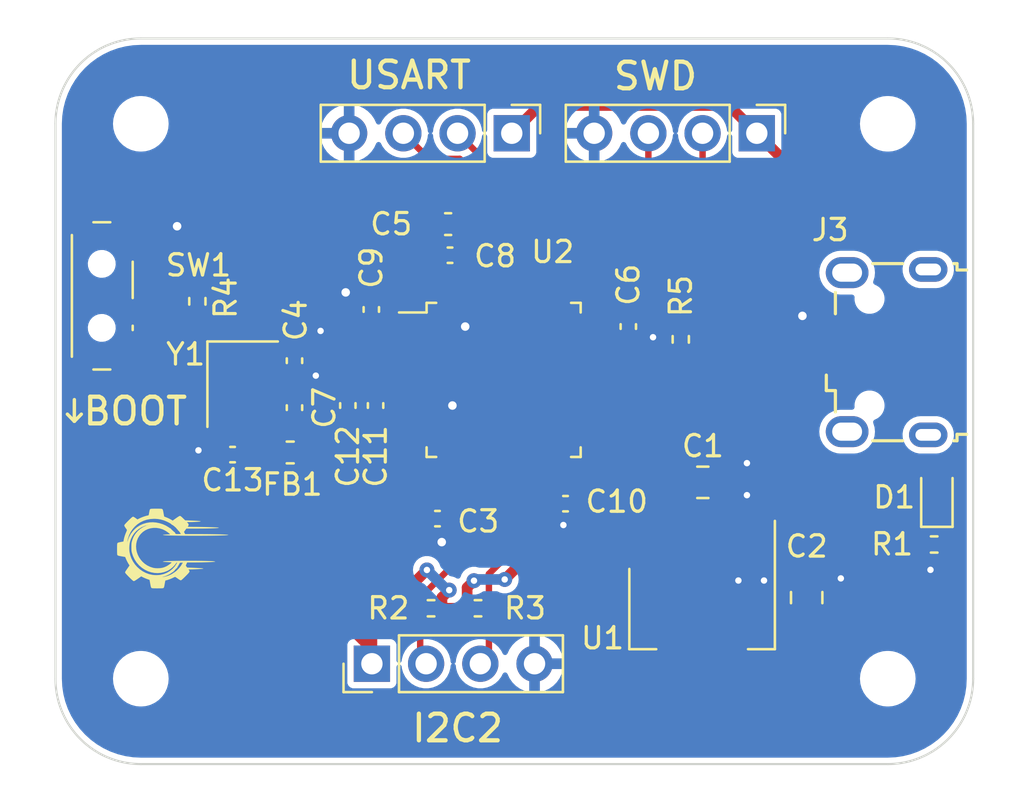
<source format=kicad_pcb>
(kicad_pcb (version 20221018) (generator pcbnew)
  (layers (0 "F.Cu" signal) (31 "B.Cu" power) (34 "B.Paste" user) (35 "F.Paste" user) (36 "B.SilkS" user "B.Silkscreen") (37 "F.SilkS" user "F.Silkscreen") (38 "B.Mask" user) (39 "F.Mask" user) (44 "Edge.Cuts" user))
  (net 0 "")
  (net 1 "VBUS")
  (net 2 "GND")
  (net 3 "+3.3V")
  (net 4 "/NRST")
  (net 5 "/HSE_IN")
  (net 6 "/HSE_OUT")
  (net 7 "+3.3VA")
  (net 8 "/POWER_LED")
  (net 9 "/I2C2_SCL")
  (net 10 "/I2C2_SDA")
  (net 11 "/USART1_TX")
  (net 12 "/USART1_RX")
  (net 13 "/USB_D-")
  (net 14 "/USB_D+")
  (net 17 "/SWDIO")
  (net 18 "/SWCLK")
  (net 19 "/SW_BOOT0")
  (net 20 "/BOOT0")
  (footprint "Capacitor_SMD:C_0402_1005Metric" (layer "F.Cu") (at 150.9 99.5)
    (fp_text reference "C3" (at 1.90881 0.127) (layer "F.SilkS"))
    (fp_text value "100n")
    (pad "1" smd roundrect (at -0.48 0) (size 0.56 0.62) (layers "F.Cu" "F.Paste" "F.Mask") (net 4 "/NRST"))
    (pad "2" smd roundrect (at 0.48 0) (size 0.56 0.62) (layers "F.Cu" "F.Paste" "F.Mask") (net 2 "GND"))
  )
  (footprint "Capacitor_SMD:C_0402_1005Metric" (layer "F.Cu") (at 144.2 92.1 90)
    (fp_text reference "C4" (at 1.9 0.05 90) (layer "F.SilkS"))
    (fp_text value "10p")
    (pad "1" smd roundrect (at -0.48 0 90) (size 0.56 0.62) (layers "F.Cu" "F.Paste" "F.Mask") (net 5 "/HSE_IN"))
    (pad "2" smd roundrect (at 0.48 0 90) (size 0.56 0.62) (layers "F.Cu" "F.Paste" "F.Mask") (net 2 "GND"))
  )
  (footprint "Crystal:Crystal_SMD_3225-4Pin_3.2x2.5mm" (layer "F.Cu") (at 141.77 93.2 -90)
    (fp_text reference "Y1" (at -1.4 2.67 -180) (layer "F.SilkS"))
    (fp_text value "16 MHz")
    (pad "1" smd rect (at -1.1 0.85 270) (size 1.4 1.2) (layers "F.Cu" "F.Paste" "F.Mask") (net 5 "/HSE_IN"))
    (pad "2" smd rect (at 1.1 0.85 270) (size 1.4 1.2) (layers "F.Cu" "F.Paste" "F.Mask") (net 2 "GND"))
    (pad "3" smd rect (at 1.1 -0.85 270) (size 1.4 1.2) (layers "F.Cu" "F.Paste" "F.Mask") (net 6 "/HSE_OUT"))
    (pad "4" smd rect (at -1.1 -0.85 270) (size 1.4 1.2) (layers "F.Cu" "F.Paste" "F.Mask") (net 2 "GND"))
  )
  (footprint "Resistor_SMD:R_0402_1005Metric" (layer "F.Cu") (at 152.8 103.7 180)
    (fp_text reference "R3" (at -2.2 0) (layer "F.SilkS"))
    (fp_text value "1k5")
    (pad "1" smd roundrect (at -0.51 0 180) (size 0.54 0.64) (layers "F.Cu" "F.Paste" "F.Mask") (net 10 "/I2C2_SDA"))
    (pad "2" smd roundrect (at 0.51 0 180) (size 0.54 0.64) (layers "F.Cu" "F.Paste" "F.Mask") (net 3 "+3.3V"))
  )
  (footprint "Connector_USB:USB_Micro-B_Wuerth_629105150521" (layer "F.Cu") (at 171.945 91.7 90)
    (fp_text reference "J3" (at 5.725 -2.645 180) (layer "F.SilkS"))
    (fp_text value "USB_B_Micro")
    (pad "" np_thru_hole oval (at -2.5 -0.8 90) (size 0.8 0.8) (drill 0.8) (layers "*.Cu" "*.Mask"))
    (pad "" np_thru_hole oval (at 2.5 -0.8 90) (size 0.8 0.8) (drill 0.8) (layers "*.Cu" "*.Mask"))
    (pad "1" smd rect (at -1.3 -1.9 90) (size 0.45 1.3) (layers "F.Cu" "F.Paste" "F.Mask") (net 1 "VBUS"))
    (pad "2" smd rect (at -0.65 -1.9 90) (size 0.45 1.3) (layers "F.Cu" "F.Paste" "F.Mask") (net 13 "/USB_D-"))
    (pad "3" smd rect (at 0 -1.9 90) (size 0.45 1.3) (layers "F.Cu" "F.Paste" "F.Mask") (net 14 "/USB_D+"))
    (pad "4" smd rect (at 0.65 -1.9 90) (size 0.45 1.3) (layers "F.Cu" "F.Paste" "F.Mask"))
    (pad "5" smd rect (at 1.3 -1.9 90) (size 0.45 1.3) (layers "F.Cu" "F.Paste" "F.Mask") (net 2 "GND"))
    (pad "6" thru_hole oval (at -3.875 1.95 90) (size 1.15 1.8) (drill oval 0.55 1.2) (property pad_prop_heatsink) (layers "*.Cu" "*.Mask"))
    (pad "6" thru_hole oval (at -3.725 -1.85 90) (size 1.45 2) (drill oval 0.85 1.4) (property pad_prop_heatsink) (layers "*.Cu" "*.Mask"))
    (pad "6" thru_hole oval (at 3.725 -1.85 90) (size 1.45 2) (drill oval 0.85 1.4) (property pad_prop_heatsink) (layers "*.Cu" "*.Mask"))
    (pad "6" thru_hole oval (at 3.875 1.95 90) (size 1.15 1.8) (drill oval 0.55 1.2) (property pad_prop_heatsink) (layers "*.Cu" "*.Mask"))
  )
  (footprint "Resistor_SMD:R_0402_1005Metric" (layer "F.Cu") (at 174.173 100.7115)
    (fp_text reference "R1" (at -1.973 -0.0115) (layer "F.SilkS"))
    (fp_text value "1k5")
    (pad "1" smd roundrect (at -0.51 0) (size 0.54 0.64) (layers "F.Cu" "F.Paste" "F.Mask") (net 2 "GND"))
    (pad "2" smd roundrect (at 0.51 0) (size 0.54 0.64) (layers "F.Cu" "F.Paste" "F.Mask") (net 8 "/POWER_LED"))
  )
  (footprint "Resistor_SMD:R_0402_1005Metric" (layer "F.Cu") (at 139.649 89.317 90)
    (fp_text reference "R4" (at 0.163 1.321 90) (layer "F.SilkS"))
    (fp_text value "10k")
    (pad "1" smd roundrect (at -0.51 0 90) (size 0.54 0.64) (layers "F.Cu" "F.Paste" "F.Mask") (net 19 "/SW_BOOT0"))
    (pad "2" smd roundrect (at 0.51 0 90) (size 0.54 0.64) (layers "F.Cu" "F.Paste" "F.Mask") (net 20 "/BOOT0"))
  )
  (footprint "Resistor_SMD:R_0402_1005Metric" (layer "F.Cu") (at 162.3 91.1 -90)
    (fp_text reference "R5" (at -2.032 0 90) (layer "F.SilkS"))
    (fp_text value "1K5")
    (pad "1" smd roundrect (at -0.51 0 270) (size 0.54 0.64) (layers "F.Cu" "F.Paste" "F.Mask") (net 3 "+3.3V"))
    (pad "2" smd roundrect (at 0.51 0 270) (size 0.54 0.64) (layers "F.Cu" "F.Paste" "F.Mask") (net 14 "/USB_D+"))
  )
  (footprint "Capacitor_SMD:C_0402_1005Metric" (layer "F.Cu") (at 151.488 87.158)
    (fp_text reference "C8" (at 2.112 0.042) (layer "F.SilkS"))
    (fp_text value "100n")
    (pad "1" smd roundrect (at -0.48 0) (size 0.56 0.62) (layers "F.Cu" "F.Paste" "F.Mask") (net 3 "+3.3V"))
    (pad "2" smd roundrect (at 0.48 0) (size 0.56 0.62) (layers "F.Cu" "F.Paste" "F.Mask") (net 2 "GND"))
  )
  (footprint "MountingHole:MountingHole_2.2mm_M2" (layer "F.Cu") (at 137 107)
    (fp_text reference "H4")
    (fp_text value "MountingHole")
    (pad "" np_thru_hole circle (at 0 0) (size 2.2 2.2) (drill 2.2) (layers "*.Cu" "*.Mask"))
  )
  (footprint "Capacitor_SMD:C_0402_1005Metric" (layer "F.Cu") (at 147.8 89.7 90)
    (fp_text reference "C9" (at 1.9584 0 270) (layer "F.SilkS"))
    (fp_text value "100n")
    (pad "1" smd roundrect (at -0.48 0 90) (size 0.56 0.62) (layers "F.Cu" "F.Paste" "F.Mask") (net 3 "+3.3V"))
    (pad "2" smd roundrect (at 0.48 0 90) (size 0.56 0.62) (layers "F.Cu" "F.Paste" "F.Mask") (net 2 "GND"))
  )
  (footprint "Connector_PinHeader_2.54mm:PinHeader_1x04_P2.54mm_Vertical" (layer "F.Cu") (at 154.381 81.443 -90)
    (fp_text reference "J2")
    (fp_text value "Conn_01x04_Pin")
    (pad "1" thru_hole rect (at 0 0 270) (size 1.7 1.7) (drill 1) (layers "*.Cu" "*.Mask") (net 3 "+3.3V"))
    (pad "2" thru_hole oval (at 0 2.54 270) (size 1.7 1.7) (drill 1) (layers "*.Cu" "*.Mask") (net 11 "/USART1_TX"))
    (pad "3" thru_hole oval (at 0 5.08 270) (size 1.7 1.7) (drill 1) (layers "*.Cu" "*.Mask") (net 12 "/USART1_RX"))
    (pad "4" thru_hole oval (at 0 7.62 270) (size 1.7 1.7) (drill 1) (layers "*.Cu" "*.Mask") (net 2 "GND"))
  )
  (footprint "Inductor_SMD:L_0603_1608Metric" (layer "F.Cu") (at 144 96.4 180)
    (fp_text reference "FB1" (at -0.1 -1.5 180) (layer "F.SilkS"))
    (fp_text value "120R")
    (pad "1" smd roundrect (at -0.7875 0 180) (size 0.875 0.95) (layers "F.Cu" "F.Paste" "F.Mask") (net 7 "+3.3VA"))
    (pad "2" smd roundrect (at 0.7875 0 180) (size 0.875 0.95) (layers "F.Cu" "F.Paste" "F.Mask") (net 3 "+3.3V"))
  )
  (footprint "Capacitor_SMD:C_0402_1005Metric" (layer "F.Cu") (at 156.9 98.8 180)
    (fp_text reference "C10" (at -2.4 0.1) (layer "F.SilkS"))
    (fp_text value "100n")
    (pad "1" smd roundrect (at -0.48 0 180) (size 0.56 0.62) (layers "F.Cu" "F.Paste" "F.Mask") (net 3 "+3.3V"))
    (pad "2" smd roundrect (at 0.48 0 180) (size 0.56 0.62) (layers "F.Cu" "F.Paste" "F.Mask") (net 2 "GND"))
  )
  (footprint "Capacitor_SMD:C_0402_1005Metric" (layer "F.Cu") (at 146.7 94.2 90)
    (fp_text reference "C12" (at -2.385 0 90) (layer "F.SilkS"))
    (fp_text value "1u")
    (pad "1" smd roundrect (at -0.48 0 90) (size 0.56 0.62) (layers "F.Cu" "F.Paste" "F.Mask") (net 7 "+3.3VA"))
    (pad "2" smd roundrect (at 0.48 0 90) (size 0.56 0.62) (layers "F.Cu" "F.Paste" "F.Mask") (net 2 "GND"))
  )
  (footprint "Connector_PinHeader_2.54mm:PinHeader_1x04_P2.54mm_Vertical" (layer "F.Cu") (at 165.862 81.443 -90)
    (fp_text reference "J4")
    (fp_text value "Conn_01x04_Pin")
    (pad "1" thru_hole rect (at 0 0 270) (size 1.7 1.7) (drill 1) (layers "*.Cu" "*.Mask") (net 3 "+3.3V"))
    (pad "2" thru_hole oval (at 0 2.54 270) (size 1.7 1.7) (drill 1) (layers "*.Cu" "*.Mask") (net 17 "/SWDIO"))
    (pad "3" thru_hole oval (at 0 5.08 270) (size 1.7 1.7) (drill 1) (layers "*.Cu" "*.Mask") (net 18 "/SWCLK"))
    (pad "4" thru_hole oval (at 0 7.62 270) (size 1.7 1.7) (drill 1) (layers "*.Cu" "*.Mask") (net 2 "GND"))
  )
  (footprint "MountingHole:MountingHole_2.2mm_M2" (layer "F.Cu") (at 172 107)
    (fp_text reference "H1")
    (fp_text value "MountingHole")
    (pad "" np_thru_hole circle (at 0 0) (size 2.2 2.2) (drill 2.2) (layers "*.Cu" "*.Mask"))
  )
  (footprint "Capacitor_SMD:C_0402_1005Metric" (layer "F.Cu") (at 148 94.2 90)
    (fp_text reference "C11" (at -2.385 0 90) (layer "F.SilkS"))
    (fp_text value "10n")
    (pad "1" smd roundrect (at -0.48 0 90) (size 0.56 0.62) (layers "F.Cu" "F.Paste" "F.Mask") (net 7 "+3.3VA"))
    (pad "2" smd roundrect (at 0.48 0 90) (size 0.56 0.62) (layers "F.Cu" "F.Paste" "F.Mask") (net 2 "GND"))
  )
  (footprint "Capacitor_SMD:C_0402_1005Metric" (layer "F.Cu") (at 159.842 90.5 -90)
    (fp_text reference "C6" (at -1.96 0 -90) (layer "F.SilkS"))
    (fp_text value "100n")
    (pad "1" smd roundrect (at -0.48 0 270) (size 0.56 0.62) (layers "F.Cu" "F.Paste" "F.Mask") (net 3 "+3.3V"))
    (pad "2" smd roundrect (at 0.48 0 270) (size 0.56 0.62) (layers "F.Cu" "F.Paste" "F.Mask") (net 2 "GND"))
  )
  (footprint "Capacitor_SMD:C_0805_2012Metric" (layer "F.Cu") (at 168.2 103.2 90)
    (fp_text reference "C2" (at 2.4 0 180) (layer "F.SilkS"))
    (fp_text value "22u")
    (pad "1" smd roundrect (at -0.95 0 90) (size 1 1.45) (layers "F.Cu" "F.Paste" "F.Mask") (net 3 "+3.3V"))
    (pad "2" smd roundrect (at 0.95 0 90) (size 1 1.45) (layers "F.Cu" "F.Paste" "F.Mask") (net 2 "GND"))
  )
  (footprint "Connector_PinHeader_2.54mm:PinHeader_1x04_P2.54mm_Vertical" (layer "F.Cu") (at 147.828 106.299 90)
    (fp_text reference "J1")
    (fp_text value "Conn_01x04_Pin")
    (pad "1" thru_hole rect (at 0 0 90) (size 1.7 1.7) (drill 1) (layers "*.Cu" "*.Mask") (net 3 "+3.3V"))
    (pad "2" thru_hole oval (at 0 2.54 90) (size 1.7 1.7) (drill 1) (layers "*.Cu" "*.Mask") (net 9 "/I2C2_SCL"))
    (pad "3" thru_hole oval (at 0 5.08 90) (size 1.7 1.7) (drill 1) (layers "*.Cu" "*.Mask") (net 10 "/I2C2_SDA"))
    (pad "4" thru_hole oval (at 0 7.62 90) (size 1.7 1.7) (drill 1) (layers "*.Cu" "*.Mask") (net 2 "GND"))
  )
  (footprint "LED_SMD:LED_0603_1608Metric" (layer "F.Cu") (at 174.3 98.4 90)
    (fp_text reference "D1" (at -0.1 -2) (layer "F.SilkS"))
    (fp_text value "RED")
    (pad "1" smd roundrect (at -0.7875 0 90) (size 0.875 0.95) (layers "F.Cu" "F.Paste" "F.Mask") (net 8 "/POWER_LED"))
    (pad "2" smd roundrect (at 0.7875 0 90) (size 0.875 0.95) (layers "F.Cu" "F.Paste" "F.Mask") (net 3 "+3.3V"))
  )
  (footprint "Button_Switch_SMD:SW_SPDT_PCM12" (layer "F.Cu") (at 135.5 89.063 -90)
    (fp_text reference "SW1" (at -1.433 -4.2 -180) (layer "F.SilkS"))
    (fp_text value "SW_SPDT")
    (pad "" smd rect (at -3.65 -0.78 270) (size 1 0.8) (layers "F.Cu" "F.Paste" "F.Mask"))
    (pad "" smd rect (at -3.65 1.43 270) (size 1 0.8) (layers "F.Cu" "F.Paste" "F.Mask"))
    (pad "" np_thru_hole circle (at -1.5 0.33 270) (size 0.9 0.9) (drill 0.9) (layers "*.Cu" "*.Mask"))
    (pad "" np_thru_hole circle (at 1.5 0.33 270) (size 0.9 0.9) (drill 0.9) (layers "*.Cu" "*.Mask"))
    (pad "" smd rect (at 3.65 -0.78 270) (size 1 0.8) (layers "F.Cu" "F.Paste" "F.Mask"))
    (pad "" smd rect (at 3.65 1.43 270) (size 1 0.8) (layers "F.Cu" "F.Paste" "F.Mask"))
    (pad "1" smd rect (at -2.25 -1.43 270) (size 0.7 1.5) (layers "F.Cu" "F.Paste" "F.Mask") (net 2 "GND"))
    (pad "2" smd rect (at 0.75 -1.43 270) (size 0.7 1.5) (layers "F.Cu" "F.Paste" "F.Mask") (net 19 "/SW_BOOT0"))
    (pad "3" smd rect (at 2.25 -1.43 270) (size 0.7 1.5) (layers "F.Cu" "F.Paste" "F.Mask") (net 3 "+3.3V"))
  )
  (footprint "Resistor_SMD:R_0402_1005Metric" (layer "F.Cu") (at 150.6 103.7)
    (fp_text reference "R2" (at -2 0) (layer "F.SilkS"))
    (fp_text value "1k5")
    (pad "1" smd roundrect (at -0.51 0) (size 0.54 0.64) (layers "F.Cu" "F.Paste" "F.Mask") (net 9 "/I2C2_SCL"))
    (pad "2" smd roundrect (at 0.51 0) (size 0.54 0.64) (layers "F.Cu" "F.Paste" "F.Mask") (net 3 "+3.3V"))
  )
  (footprint "Capacitor_SMD:C_0603_1608Metric" (layer "F.Cu") (at 151.4 85.7)
    (fp_text reference "C5" (at -2.667 0) (layer "F.SilkS"))
    (fp_text value "10u")
    (pad "1" smd roundrect (at -0.775 0) (size 0.9 0.95) (layers "F.Cu" "F.Paste" "F.Mask") (net 3 "+3.3V"))
    (pad "2" smd roundrect (at 0.775 0) (size 0.9 0.95) (layers "F.Cu" "F.Paste" "F.Mask") (net 2 "GND"))
  )
  (footprint "Capacitor_SMD:C_0402_1005Metric" (layer "F.Cu") (at 144.2 94.3 90)
    (fp_text reference "C7" (at 0 1.397 90) (layer "F.SilkS"))
    (fp_text value "10p")
    (pad "1" smd roundrect (at -0.48 0 90) (size 0.56 0.62) (layers "F.Cu" "F.Paste" "F.Mask") (net 6 "/HSE_OUT"))
    (pad "2" smd roundrect (at 0.48 0 90) (size 0.56 0.62) (layers "F.Cu" "F.Paste" "F.Mask") (net 2 "GND"))
  )
  (footprint "Package_TO_SOT_SMD:SOT-223-3_TabPin2" (layer "F.Cu") (at 163.3 103.707 -90)
    (fp_text reference "U1" (at 1.393 4.666 -180) (layer "F.SilkS"))
    (fp_text value "AMS1117-3.3")
    (pad "1" smd rect (at -3.15 -2.3 270) (size 2 1.5) (layers "F.Cu" "F.Paste" "F.Mask") (net 2 "GND"))
    (pad "2" smd rect (at -3.15 0 270) (size 2 1.5) (layers "F.Cu" "F.Paste" "F.Mask") (net 3 "+3.3V"))
    (pad "2" smd rect (at 3.15 0 270) (size 2 3.8) (layers "F.Cu" "F.Paste" "F.Mask") (net 3 "+3.3V"))
    (pad "3" smd rect (at -3.15 2.3 270) (size 2 1.5) (layers "F.Cu" "F.Paste" "F.Mask") (net 1 "VBUS"))
  )
  (footprint "MountingHole:MountingHole_2.2mm_M2" (layer "F.Cu") (at 172 81)
    (fp_text reference "H2")
    (fp_text value "MountingHole")
    (pad "" np_thru_hole circle (at 0 0) (size 2.2 2.2) (drill 2.2) (layers "*.Cu" "*.Mask"))
  )
  (footprint "Capacitor_SMD:C_0402_1005Metric" (layer "F.Cu") (at 141.3 96.5 180)
    (fp_text reference "C13" (at 0 -1.2) (layer "F.SilkS"))
    (fp_text value "1u")
    (pad "1" smd roundrect (at -0.48 0 180) (size 0.56 0.62) (layers "F.Cu" "F.Paste" "F.Mask") (net 3 "+3.3V"))
    (pad "2" smd roundrect (at 0.48 0 180) (size 0.56 0.62) (layers "F.Cu" "F.Paste" "F.Mask") (net 2 "GND"))
  )
  (footprint "Capacitor_SMD:C_0805_2012Metric" (layer "F.Cu") (at 163.334 97.8)
    (fp_text reference "C1" (at 0 -1.7) (layer "F.SilkS"))
    (fp_text value "22u")
    (pad "1" smd roundrect (at -0.95 0) (size 1 1.45) (layers "F.Cu" "F.Paste" "F.Mask") (net 1 "VBUS"))
    (pad "2" smd roundrect (at 0.95 0) (size 1 1.45) (layers "F.Cu" "F.Paste" "F.Mask") (net 2 "GND"))
  )
  (footprint "Package_QFP:LQFP-48_7x7mm_P0.5mm" (layer "F.Cu") (at 154 93)
    (fp_text reference "U2" (at 2.3 -6) (layer "F.SilkS"))
    (fp_text value "STM32F103C8T6")
    (pad "1" smd roundrect (at -4.1625 -2.75) (size 1.475 0.3) (layers "F.Cu" "F.Paste" "F.Mask") (net 3 "+3.3V"))
    (pad "2" smd roundrect (at -4.1625 -2.25) (size 1.475 0.3) (layers "F.Cu" "F.Paste" "F.Mask"))
    (pad "3" smd roundrect (at -4.1625 -1.75) (size 1.475 0.3) (layers "F.Cu" "F.Paste" "F.Mask"))
    (pad "4" smd roundrect (at -4.1625 -1.25) (size 1.475 0.3) (layers "F.Cu" "F.Paste" "F.Mask"))
    (pad "5" smd roundrect (at -4.1625 -0.75) (size 1.475 0.3) (layers "F.Cu" "F.Paste" "F.Mask") (net 5 "/HSE_IN"))
    (pad "6" smd roundrect (at -4.1625 -0.25) (size 1.475 0.3) (layers "F.Cu" "F.Paste" "F.Mask") (net 6 "/HSE_OUT"))
    (pad "7" smd roundrect (at -4.1625 0.25) (size 1.475 0.3) (layers "F.Cu" "F.Paste" "F.Mask") (net 4 "/NRST"))
    (pad "8" smd roundrect (at -4.1625 0.75) (size 1.475 0.3) (layers "F.Cu" "F.Paste" "F.Mask") (net 2 "GND"))
    (pad "9" smd roundrect (at -4.1625 1.25) (size 1.475 0.3) (layers "F.Cu" "F.Paste" "F.Mask") (net 7 "+3.3VA"))
    (pad "10" smd roundrect (at -4.1625 1.75) (size 1.475 0.3) (layers "F.Cu" "F.Paste" "F.Mask"))
    (pad "11" smd roundrect (at -4.1625 2.25) (size 1.475 0.3) (layers "F.Cu" "F.Paste" "F.Mask"))
    (pad "12" smd roundrect (at -4.1625 2.75) (size 1.475 0.3) (layers "F.Cu" "F.Paste" "F.Mask"))
    (pad "13" smd roundrect (at -2.75 4.1625) (size 0.3 1.475) (layers "F.Cu" "F.Paste" "F.Mask"))
    (pad "14" smd roundrect (at -2.25 4.1625) (size 0.3 1.475) (layers "F.Cu" "F.Paste" "F.Mask"))
    (pad "15" smd roundrect (at -1.75 4.1625) (size 0.3 1.475) (layers "F.Cu" "F.Paste" "F.Mask"))
    (pad "16" smd roundrect (at -1.25 4.1625) (size 0.3 1.475) (layers "F.Cu" "F.Paste" "F.Mask"))
    (pad "17" smd roundrect (at -0.75 4.1625) (size 0.3 1.475) (layers "F.Cu" "F.Paste" "F.Mask"))
    (pad "18" smd roundrect (at -0.25 4.1625) (size 0.3 1.475) (layers "F.Cu" "F.Paste" "F.Mask"))
    (pad "19" smd roundrect (at 0.25 4.1625) (size 0.3 1.475) (layers "F.Cu" "F.Paste" "F.Mask"))
    (pad "20" smd roundrect (at 0.75 4.1625) (size 0.3 1.475) (layers "F.Cu" "F.Paste" "F.Mask"))
    (pad "21" smd roundrect (at 1.25 4.1625) (size 0.3 1.475) (layers "F.Cu" "F.Paste" "F.Mask") (net 9 "/I2C2_SCL"))
    (pad "22" smd roundrect (at 1.75 4.1625) (size 0.3 1.475) (layers "F.Cu" "F.Paste" "F.Mask") (net 10 "/I2C2_SDA"))
    (pad "23" smd roundrect (at 2.25 4.1625) (size 0.3 1.475) (layers "F.Cu" "F.Paste" "F.Mask") (net 2 "GND"))
    (pad "24" smd roundrect (at 2.75 4.1625) (size 0.3 1.475) (layers "F.Cu" "F.Paste" "F.Mask") (net 3 "+3.3V"))
    (pad "25" smd roundrect (at 4.1625 2.75) (size 1.475 0.3) (layers "F.Cu" "F.Paste" "F.Mask"))
    (pad "26" smd roundrect (at 4.1625 2.25) (size 1.475 0.3) (layers "F.Cu" "F.Paste" "F.Mask"))
    (pad "27" smd roundrect (at 4.1625 1.75) (size 1.475 0.3) (layers "F.Cu" "F.Paste" "F.Mask"))
    (pad "28" smd roundrect (at 4.1625 1.25) (size 1.475 0.3) (layers "F.Cu" "F.Paste" "F.Mask"))
    (pad "29" smd roundrect (at 4.1625 0.75) (size 1.475 0.3) (layers "F.Cu" "F.Paste" "F.Mask"))
    (pad "30" smd roundrect (at 4.1625 0.25) (size 1.475 0.3) (layers "F.Cu" "F.Paste" "F.Mask"))
    (pad "31" smd roundrect (at 4.1625 -0.25) (size 1.475 0.3) (layers "F.Cu" "F.Paste" "F.Mask"))
    (pad "32" smd roundrect (at 4.1625 -0.75) (size 1.475 0.3) (layers "F.Cu" "F.Paste" "F.Mask") (net 13 "/USB_D-"))
    (pad "33" smd roundrect (at 4.1625 -1.25) (size 1.475 0.3) (layers "F.Cu" "F.Paste" "F.Mask") (net 14 "/USB_D+"))
    (pad "34" smd roundrect (at 4.1625 -1.75) (size 1.475 0.3) (layers "F.Cu" "F.Paste" "F.Mask") (net 17 "/SWDIO"))
    (pad "35" smd roundrect (at 4.1625 -2.25) (size 1.475 0.3) (layers "F.Cu" "F.Paste" "F.Mask") (net 2 "GND"))
    (pad "36" smd roundrect (at 4.1625 -2.75) (size 1.475 0.3) (layers "F.Cu" "F.Paste" "F.Mask") (net 3 "+3.3V"))
    (pad "37" smd roundrect (at 2.75 -4.1625) (size 0.3 1.475) (layers "F.Cu" "F.Paste" "F.Mask") (net 18 "/SWCLK"))
    (pad "38" smd roundrect (at 2.25 -4.1625) (size 0.3 1.475) (layers "F.Cu" "F.Paste" "F.Mask"))
    (pad "39" smd roundrect (at 1.75 -4.1625) (size 0.3 1.475) (layers "F.Cu" "F.Paste" "F.Mask"))
    (pad "40" smd roundrect (at 1.25 -4.1625) (size 0.3 1.475) (layers "F.Cu" "F.Paste" "F.Mask"))
    (pad "41" smd roundrect (at 0.75 -4.1625) (size 0.3 1.475) (layers "F.Cu" "F.Paste" "F.Mask"))
    (pad "42" smd roundrect (at 0.25 -4.1625) (size 0.3 1.475) (layers "F.Cu" "F.Paste" "F.Mask") (net 11 "/USART1_TX"))
    (pad "43" smd roundrect (at -0.25 -4.1625) (size 0.3 1.475) (layers "F.Cu" "F.Paste" "F.Mask") (net 12 "/USART1_RX"))
    (pad "44" smd roundrect (at -0.75 -4.1625) (size 0.3 1.475) (layers "F.Cu" "F.Paste" "F.Mask") (net 20 "/BOOT0"))
    (pad "45" smd roundrect (at -1.25 -4.1625) (size 0.3 1.475) (layers "F.Cu" "F.Paste" "F.Mask"))
    (pad "46" smd roundrect (at -1.75 -4.1625) (size 0.3 1.475) (layers "F.Cu" "F.Paste" "F.Mask"))
    (pad "47" smd roundrect (at -2.25 -4.1625) (size 0.3 1.475) (layers "F.Cu" "F.Paste" "F.Mask") (net 2 "GND"))
    (pad "48" smd roundrect (at -2.75 -4.1625) (size 0.3 1.475) (layers "F.Cu" "F.Paste" "F.Mask") (net 3 "+3.3V"))
  )
  (footprint "LOGO" (layer "F.Cu") (at 138.5 100.9)
    (fp_text reference "G***" hide)
    (fp_text value "LOGO" hide)
  )
  (footprint "MountingHole:MountingHole_2.2mm_M2" (layer "F.Cu") (at 137 81)
    (fp_text reference "H3")
    (fp_text value "MountingHole")
    (pad "" np_thru_hole circle (at 0 0) (size 2.2 2.2) (drill 2.2) (layers "*.Cu" "*.Mask"))
  )
  (gr_line (start 133.885714 94.94025) (end 134.212714 94.60525) (stroke (width 0.16)) (layer "F.SilkS"))
  (gr_line (start 133.885714 93.92425) (end 133.885714 94.94025) (stroke (width 0.16)) (layer "F.SilkS"))
  (gr_line (start 133.885714 94.94025) (end 133.558714 94.60525) (stroke (width 0.16)) (layer "F.SilkS"))
  (gr_arc (start 133 81) (mid 134.171573 78.171573) (end 137 77) (stroke (width 0.1)) (layer "Edge.Cuts"))
  (gr_line (start 172 111) (end 137 111) (stroke (width 0.1)) (layer "Edge.Cuts"))
  (gr_arc (start 137 111) (mid 134.171573 109.828427) (end 133 107) (stroke (width 0.1)) (layer "Edge.Cuts"))
  (gr_arc (start 176 107) (mid 174.828427 109.828427) (end 172 111) (stroke (width 0.1)) (layer "Edge.Cuts"))
  (gr_line (start 176 81) (end 176 107) (stroke (width 0.1)) (layer "Edge.Cuts"))
  (gr_line (start 137 77) (end 172 77) (stroke (width 0.1)) (layer "Edge.Cuts"))
  (gr_arc (start 172 77) (mid 174.828427 78.171573) (end 176 81) (stroke (width 0.1)) (layer "Edge.Cuts"))
  (gr_line (start 133 107) (end 133 81) (stroke (width 0.1)) (layer "Edge.Cuts"))
  (gr_text "SWD" (at 159.05 79.5) (layer "F.SilkS") (effects (font (size 1.25 1.25) (thickness 0.2) bold) (justify left bottom)))
  (gr_text "I2C2" (at 149.6 110.05) (layer "F.SilkS") (effects (font (size 1.25 1.25) (thickness 0.2) bold) (justify left bottom)))
  (gr_text "BOOT" (at 134.2 95.2) (layer "F.SilkS") (effects (font (size 1.25 1.25) (thickness 0.2) bold) (justify left bottom)))
  (gr_text "USART" (at 146.55 79.45) (layer "F.SilkS") (effects (font (size 1.25 1.25) (thickness 0.2) bold) (justify left bottom)))
  (segment (start 151.75 88.8375) (end 151.75 90.05) (width 0.3) (layer "F.Cu") (net 2))
  (segment (start 151.968 87.158) (end 151.968 86.632) (width 0.3) (layer "F.Cu") (net 2))
  (segment (start 148 93.72) (end 146.7 93.72) (width 0.3) (layer "F.Cu") (net 2))
  (segment (start 143.1 91.62) (end 142.62 92.1) (width 0.5) (layer "F.Cu") (net 2))
  (segment (start 151.968 86.632) (end 152.175 86.425) (width 0.3) (layer "F.Cu") (net 2))
  (segment (start 146.92 89.22) (end 146.6 88.9) (width 0.5) (layer "F.Cu") (net 2))
  (segment (start 159.842 90.98) (end 159.842 90.94) (width 0.3) (layer "F.Cu") (net 2))
  (segment (start 152.175 86.425) (end 152.175 85.7) (width 0.3) (layer "F.Cu") (net 2))
  (segment (start 137.687 86.813) (end 138.7 85.8) (width 0.5) (layer "F.Cu") (net 2))
  (segment (start 145.2 92.82) (end 144.2 93.82) (width 0.5) (layer "F.Cu") (net 2))
  (segment (start 140.82 96.5) (end 140.82 94.4) (width 0.5) (layer "F.Cu") (net 2))
  (segment (start 159.612 90.75) (end 159.842 90.98) (width 0.3) (layer "F.Cu") (net 2))
  (segment (start 151.38 99.5) (end 151.38 100.32) (width 0.5) (layer "F.Cu") (net 2))
  (segment (start 173.663 101.563) (end 174 101.9) (width 0.5) (layer "F.Cu") (net 2))
  (segment (start 158.1625 90.75) (end 159.612 90.75) (width 0.3) (layer "F.Cu") (net 2))
  (segment (start 168.4 90.4) (end 168 90) (width 0.3) (layer "F.Cu") (net 2))
  (segment (start 151.968 87.77888) (end 151.968 87.158) (width 0.3) (layer "F.Cu") (net 2))
  (segment (start 149.8375 93.75) (end 151.15 93.75) (width 0.3) (layer "F.Cu") (net 2))
  (segment (start 140.82 94.4) (end 140.92 94.3) (width 0.5) (layer "F.Cu") (net 2))
  (segment (start 145.2 92.8) (end 145.2 92.82) (width 0.5) (layer "F.Cu") (net 2))
  (segment (start 160.98 90.98) (end 161 91) (width 0.3) (layer "F.Cu") (net 2))
  (segment (start 139.9 96.5) (end 139.7 96.3) (width 0.5) (layer "F.Cu") (net 2))
  (segment (start 140.82 96.5) (end 139.9 96.5) (width 0.5) (layer "F.Cu") (net 2))
  (segment (start 156.42 99.42) (end 156.8 99.8) (width 0.3) (layer "F.Cu") (net 2))
  (segment (start 136.93 86.813) (end 137.687 86.813) (width 0.5) (layer "F.Cu") (net 2))
  (segment (start 156.25 97.1625) (end 156.25 98.63) (width 0.3) (layer "F.Cu") (net 2))
  (segment (start 151.75 90.05) (end 152.2 90.5) (width 0.3) (layer "F.Cu") (net 2))
  (segment (start 151.75 87.99688) (end 151.968 87.77888) (width 0.3) (layer "F.Cu") (net 2))
  (segment (start 145.422753 90.704778) (end 145.115222 90.704778) (width 0.5) (layer "F.Cu") (net 2))
  (segment (start 145.115222 90.704778) (end 144.2 91.62) (width 0.5) (layer "F.Cu") (net 2))
  (segment (start 151.38 100.32) (end 151.1 100.6) (width 0.5) (layer "F.Cu") (net 2))
  (segment (start 147.8 89.22) (end 146.92 89.22) (width 0.5) (layer "F.Cu") (net 2))
  (segment (start 156.25 98.63) (end 156.42 98.8) (width 0.3) (layer "F.Cu") (net 2))
  (segment (start 173.663 100.7115) (end 173.663 101.563) (width 0.5) (layer "F.Cu") (net 2))
  (segment (start 156.42 98.8) (end 156.42 99.42) (width 0.3) (layer "F.Cu") (net 2))
  (segment (start 151.75 88.8375) (end 151.75 87.99688) (width 0.3) (layer "F.Cu") (net 2))
  (segment (start 168.2 102.25) (end 168.35 102.25) (width 0.5) (layer "F.Cu") (net 2))
  (segment (start 151.15 93.75) (end 151.6 94.2) (width 0.3) (layer "F.Cu") (net 2))
  (segment (start 148.03 93.75) (end 148 93.72) (width 0.3) (layer "F.Cu") (net 2))
  (segment (start 159.842 90.98) (end 160.98 90.98) (width 0.3) (layer "F.Cu") (net 2))
  (segment (start 164.284 97.8) (end 164.5 97.8) (width 0.5) (layer "F.Cu") (net 2))
  (segment (start 144.2 91.62) (end 143.1 91.62) (width 0.5) (layer "F.Cu") (net 2))
  (segment (start 170.045 90.4) (end 168.4 90.4) (width 0.3) (layer "F.Cu") (net 2))
  (segment (start 149.8375 93.75) (end 148.03 93.75) (width 0.3) (layer "F.Cu") (net 2))
  (via (at 169.8 102.3) (size 0.7) (drill 0.3) (layers "F.Cu" "B.Cu") (net 2))
  (via (at 145.2 92.8) (size 0.7) (drill 0.3) (layers "F.Cu" "B.Cu") (net 2))
  (via (at 145.422753 90.704778) (size 0.7) (drill 0.3) (layers "F.Cu" "B.Cu") (net 2))
  (via (at 168 90) (size 0.8) (drill 0.4) (layers "F.Cu" "B.Cu") (net 2))
  (via (at 174 101.9) (size 0.7) (drill 0.3) (layers "F.Cu" "B.Cu") (net 2))
  (via (at 151.6 94.2) (size 0.8) (drill 0.4) (layers "F.Cu" "B.Cu") (net 2))
  (via (at 138.7 85.8) (size 0.8) (drill 0.4) (layers "F.Cu" "B.Cu") (net 2))
  (via (at 151.1 100.6) (size 0.8) (drill 0.4) (layers "F.Cu" "B.Cu") (net 2))
  (via (at 139.7 96.3) (size 0.7) (drill 0.3) (layers "F.Cu" "B.Cu") (net 2))
  (via (at 165.4 98.4) (size 0.7) (drill 0.3) (layers "F.Cu" "B.Cu") (net 2))
  (via (at 166.2 102.4) (size 0.7) (drill 0.3) (layers "F.Cu" "B.Cu") (net 2))
  (via (at 146.6 88.9) (size 0.8) (drill 0.4) (layers "F.Cu" "B.Cu") (net 2))
  (via (at 152.2 90.5) (size 0.8) (drill 0.4) (layers "F.Cu" "B.Cu") (net 2))
  (via (at 165.4 96.9) (size 0.7) (drill 0.3) (layers "F.Cu" "B.Cu") (net 2))
  (via (at 165 102.4) (size 0.7) (drill 0.3) (layers "F.Cu" "B.Cu") (net 2))
  (via (at 156.8 99.8) (size 0.7) (drill 0.3) (layers "F.Cu" "B.Cu") (net 2))
  (via (at 161 91) (size 0.7) (drill 0.3) (layers "F.Cu" "B.Cu") (net 2))
  (segment (start 158.1625 90.25) (end 159.612 90.25) (width 0.3) (layer "F.Cu") (net 3))
  (segment (start 157.6 101.157) (end 157.6 106.15) (width 0.5) (layer "F.Cu") (net 3))
  (segment (start 138.4 97.55) (end 138.4 91.45) (width 0.5) (layer "F.Cu") (net 3))
  (segment (start 150.625 86.425) (end 150.625 85.7) (width 0.3) (layer "F.Cu") (net 3))
  (segment (start 149.8 90.1125) (end 149.8375 90.15) (width 0.5) (layer "F.Cu") (net 3))
  (segment (start 159.842 90.02) (end 161.73 90.02) (width 0.5) (layer "F.Cu") (net 3))
  (segment (start 147.828 104.482756) (end 147.828 106.299) (width 0.5) (layer "F.Cu") (net 3))
  (segment (start 151.11 103.7) (end 151.11 103.19) (width 0.5) (layer "F.Cu") (net 3))
  (segment (start 163.16 90.59) (end 169.0845 84.6655) (width 0.5) (layer "F.Cu") (net 3))
  (segment (start 151.008 87.808) (end 151.008 87.158) (width 0.3) (layer "F.Cu") (net 3))
  (segment (start 143.2125 96.4) (end 141.88 96.4) (width 0.5) (layer "F.Cu") (net 3))
  (segment (start 171.7 99.2) (end 172.35 98.55) (width 0.5) (layer "F.Cu") (net 3))
  (segment (start 149.7 85.7) (end 149.8 85.8) (width 0.5) (layer "F.Cu") (net 3))
  (segment (start 174.3 97.6125) (end 173.2875 97.6125) (width 0.5) (layer "F.Cu") (net 3))
  (segment (start 151.11 103.19) (end 151.45 102.85) (width 0.5) (layer "F.Cu") (net 3))
  (segment (start 139.55 98.7) (end 138.4 97.55) (width 0.5) (layer "F.Cu") (net 3))
  (segment (start 151.008 87.158) (end 151.008 86.808) (width 0.3) (layer "F.Cu") (net 3))
  (segment (start 154.05 102.35) (end 155.243 101.157) (width 0.5) (layer "F.Cu") (net 3))
  (segment (start 171.7 102.85) (end 170.4 104.15) (width 0.5) (layer "F.Cu") (net 3))
  (segment (start 147.828 106.299) (end 147.828 105.6155) (width 0.5) (layer "F.Cu") (net 3))
  (segment (start 149.7 85.7) (end 145 85.7) (width 0.5) (layer "F.Cu") (net 3))
  (segment (start 170.4 104.15) (end 168.2 104.15) (width 0.5) (layer "F.Cu") (net 3))
  (segment (start 165.862 81.443) (end 169.0845 84.6655) (width 0.5) (layer "F.Cu") (net 3))
  (segment (start 147.828 105.6155) (end 140.9125 98.7) (width 0.5) (layer "F.Cu") (net 3))
  (segment (start 157.6 101.157) (end 157.6 99.02) (width 0.5) (layer "F.Cu") (net 3))
  (segment (start 172.35 98.55) (end 172.35 87.931) (width 0.5) (layer "F.Cu") (net 3))
  (segment (start 155.243 101.157) (end 157.6 101.157) (width 0.5) (layer "F.Cu") (net 3))
  (segment (start 159.612 90.25) (end 159.842 90.02) (width 0.3) (layer "F.Cu") (net 3))
  (segment (start 141.88 96.4) (end 141.78 96.5) (width 0.5) (layer "F.Cu") (net 3))
  (segment (start 139.387 91.313) (end 136.93 91.313) (width 0.5) (layer "F.Cu") (net 3))
  (segment (start 140.9125 98.7) (end 143.2125 96.4) (width 0.5) (layer "F.Cu") (net 3))
  (segment (start 157.6 99.02) (end 157.38 98.8) (width 0.5) (layer "F.Cu") (net 3))
  (segment (start 152.29 102.728205) (end 152.29 103.7) (width 0.5) (layer "F.Cu") (net 3))
  (segment (start 161.73 90.02) (end 162.3 90.59) (width 0.5) (layer "F.Cu") (net 3))
  (segment (start 162.3 90.59) (end 163.16 90.59) (width 0.5) (layer "F.Cu") (net 3))
  (segment (start 172.35 87.931) (end 165.862 81.443) (width 0.5) (layer "F.Cu") (net 3))
  (segment (start 167.35 109.15) (end 170.4 106.1) (width 0.5) (layer "F.Cu") (net 3))
  (segment (start 152.29 103.7) (end 151.11 103.7) (width 0.5) (layer "F.Cu") (net 3))
  (segment (start 164.562 80.143) (end 155.681 80.143) (width 0.5) (layer "F.Cu") (net 3))
  (segment (start 149.8375 90.25) (end 147.87 90.25) (width 0.3) (layer "F.Cu") (net 3))
  (segment (start 157.38 98.68) (end 157.38 98.8) (width 0.3) (layer "F.Cu") (net 3))
  (segment (start 149.8 85.8) (end 149.8 90.1125) (width 0.5) (layer "F.Cu") (net 3))
  (segment (start 156.75 97.1625) (end 156.75 98.05) (width 0.3) (layer "F.Cu") (net 3))
  (segment (start 140.9125 98.7) (end 139.55 98.7) (width 0.5) (layer "F.Cu") (net 3))
  (segment (start 171.7 99.2) (end 171.7 102.85) (width 0.5) (layer "F.Cu") (net 3))
  (segment (start 150.405378 101.905378) (end 147.828 104.482756) (width 0.5) (layer "F.Cu") (net 3))
  (segment (start 173.2875 97.6125) (end 171.7 99.2) (width 0.5) (layer "F.Cu") (net 3))
  (segment (start 151.25 88.05) (end 151.008 87.808) (width 0.3) (layer "F.Cu") (net 3))
  (segment (start 165.862 81.443) (end 164.562 80.143) (width 0.5) (layer "F.Cu") (net 3))
  (segment (start 149.7 85.7) (end 150.625 85.7) (width 0.5) (layer "F.Cu") (net 3))
  (segment (start 145 85.7) (end 139.387 91.313) (width 0.5) (layer "F.Cu") (net 3))
  (segment (start 152.6105 102.407705) (end 152.29 102.728205) (width 0.5) (layer "F.Cu") (net 3))
  (segment (start 156.75 98.05) (end 157.38 98.68) (width 0.3) (layer "F.Cu") (net 3))
  (segment (start 170.4 106.1) (end 170.4 104.15) (width 0.5) (layer "F.Cu") (net 3))
  (segment (start 157.6 106.15) (end 160.6 109.15) (width 0.5) (layer "F.Cu") (net 3))
  (segment (start 151.25 88.8375) (end 151.25 88.05) (width 0.3) (layer "F.Cu") (net 3))
  (segment (start 147.87 90.25) (end 147.8 90.18) (width 0.3) (layer "F.Cu") (net 3))
  (segment (start 155.681 80.143) (end 154.381 81.443) (width 0.5) (layer "F.Cu") (net 3))
  (segment (start 160.6 109.15) (end 167.35 109.15) (width 0.5) (layer "F.Cu") (net 3))
  (segment (start 151.008 86.808) (end 150.625 86.425) (width 0.3) (layer "F.Cu") (net 3))
  (via (at 154.05 102.35) (size 0.7) (drill 0.3) (layers "F.Cu" "B.Cu") (net 3))
  (via (at 150.405378 101.905378) (size 0.7) (drill 0.3) (layers "F.Cu" "B.Cu") (net 3))
  (via (at 152.6105 102.407705) (size 0.7) (drill 0.3) (layers "F.Cu" "B.Cu") (net 3))
  (via (at 151.45 102.85) (size 0.7) (drill 0.3) (layers "F.Cu" "B.Cu") (net 3))
  (segment (start 151.35 102.85) (end 151.45 102.85) (width 0.5) (layer "B.Cu") (net 3))
  (segment (start 152.668205 102.35) (end 152.6105 102.407705) (width 0.5) (layer "B.Cu") (net 3))
  (segment (start 150.405378 101.905378) (end 151.35 102.85) (width 0.5) (layer "B.Cu") (net 3))
  (segment (start 154.05 102.35) (end 152.668205 102.35) (width 0.5) (layer "B.Cu") (net 3))
  (segment (start 150.42 96.65188) (end 150.42 99.5) (width 0.3) (layer "F.Cu") (net 4))
  (segment (start 152.35 94.72188) (end 150.42 96.65188) (width 0.3) (layer "F.Cu") (net 4))
  (segment (start 152.35 93.889339) (end 152.35 94.72188) (width 0.3) (layer "F.Cu") (net 4))
  (segment (start 149.8375 93.25) (end 151.710661 93.25) (width 0.3) (layer "F.Cu") (net 4))
  (segment (start 151.710661 93.25) (end 152.35 93.889339) (width 0.3) (layer "F.Cu") (net 4))
  (segment (start 141.87 93.15) (end 140.92 92.2) (width 0.3) (layer "F.Cu") (net 5))
  (segment (start 143.63 93.15) (end 141.87 93.15) (width 0.3) (layer "F.Cu") (net 5))
  (segment (start 148.99688 92.25) (end 148.14688 91.4) (width 0.3) (layer "F.Cu") (net 5))
  (segment (start 144.2 92.58) (end 143.63 93.15) (width 0.3) (layer "F.Cu") (net 5))
  (segment (start 148.14688 91.4) (end 145.5 91.4) (width 0.3) (layer "F.Cu") (net 5))
  (segment (start 149.8375 92.25) (end 148.99688 92.25) (width 0.3) (layer "F.Cu") (net 5))
  (segment (start 145.5 91.4) (end 144.32 92.58) (width 0.3) (layer "F.Cu") (net 5))
  (segment (start 140.92 92.2) (end 140.92 92.1) (width 0.3) (layer "F.Cu") (net 5))
  (segment (start 144.32 92.58) (end 144.2 92.58) (width 0.3) (layer "F.Cu") (net 5))
  (segment (start 144.2 94.78) (end 143.1 94.78) (width 0.3) (layer "F.Cu") (net 6))
  (segment (start 144.509999 94.78) (end 144.2 94.78) (width 0.3) (layer "F.Cu") (net 6))
  (segment (start 148.69 93.09) (end 146.199999 93.09) (width 0.3) (layer "F.Cu") (net 6))
  (segment (start 143.1 94.78) (end 142.62 94.3) (width 0.3) (layer "F.Cu") (net 6))
  (segment (start 148.7 93.1) (end 148.69 93.09) (width 0.3) (layer "F.Cu") (net 6))
  (segment (start 146.199999 93.09) (end 144.509999 94.78) (width 0.3) (layer "F.Cu") (net 6))
  (segment (start 148.99688 92.75) (end 148.7 93.04688) (width 0.3) (layer "F.Cu") (net 6))
  (segment (start 149.8375 92.75) (end 148.99688 92.75) (width 0.3) (layer "F.Cu") (net 6))
  (segment (start 148.7 93.04688) (end 148.7 93.1) (width 0.3) (layer "F.Cu") (net 6))
  (segment (start 146.5075 94.68) (end 144.7875 96.4) (width 0.3) (layer "F.Cu") (net 7))
  (segment (start 149.8375 94.25) (end 148.99688 94.25) (width 0.3) (layer "F.Cu") (net 7))
  (segment (start 148 94.68) (end 146.7 94.68) (width 0.3) (layer "F.Cu") (net 7))
  (segment (start 146.7 94.68) (end 146.5075 94.68) (width 0.3) (layer "F.Cu") (net 7))
  (segment (start 148.56688 94.68) (end 148 94.68) (width 0.3) (layer "F.Cu") (net 7))
  (segment (start 148.99688 94.25) (end 148.56688 94.68) (width 0.3) (layer "F.Cu") (net 7))
  (segment (start 174.3 99.1875) (end 174.683 99.5705) (width 0.3) (layer "F.Cu") (net 8))
  (segment (start 174.683 99.5705) (end 174.683 100.7115) (width 0.3) (layer "F.Cu") (net 8))
  (segment (start 155.25 97.1625) (end 155.25 98.05) (width 0.3) (layer "F.Cu") (net 9))
  (segment (start 150.09 106.021) (end 150.368 106.299) (width 0.3) (layer "F.Cu") (net 9))
  (segment (start 155.25 98.05) (end 150.09 103.21) (width 0.3) (layer "F.Cu") (net 9))
  (segment (start 150.09 103.7) (end 150.09 106.021) (width 0.3) (layer "F.Cu") (net 9))
  (segment (start 150.09 103.21) (end 150.09 103.7) (width 0.3) (layer "F.Cu") (net 9))
  (segment (start 153.31 102.09) (end 153.31 103.7) (width 0.3) (layer "F.Cu") (net 10))
  (segment (start 155.75 99.65) (end 153.31 102.09) (width 0.3) (layer "F.Cu") (net 10))
  (segment (start 153.31 103.7) (end 153.31 105.897) (width 0.3) (layer "F.Cu") (net 10))
  (segment (start 155.75 97.1625) (end 155.75 99.65) (width 0.3) (layer "F.Cu") (net 10))
  (segment (start 153.31 105.897) (end 152.908 106.299) (width 0.3) (layer "F.Cu") (net 10))
  (segment (start 155.3 84.902) (end 151.841 81.443) (width 0.3) (layer "F.Cu") (net 11))
  (segment (start 154.25 87.85) (end 155.3 86.8) (width 0.3) (layer "F.Cu") (net 11))
  (segment (start 155.3 86.8) (end 155.3 84.902) (width 0.3) (layer "F.Cu") (net 11))
  (segment (start 154.25 88.8375) (end 154.25 87.85) (width 0.3) (layer "F.Cu") (net 11))
  (segment (start 153.75 88.8375) (end 153.75 87.642894) (width 0.3) (layer "F.Cu") (net 12))
  (segment (start 154.6 85.3) (end 151.943 82.643) (width 0.3) (layer "F.Cu") (net 12))
  (segment (start 153.75 87.642894) (end 154.6 86.792894) (width 0.3) (layer "F.Cu") (net 12))
  (segment (start 154.6 86.792894) (end 154.6 85.3) (width 0.3) (layer "F.Cu") (net 12))
  (segment (start 151.943 82.643) (end 150.501 82.643) (width 0.3) (layer "F.Cu") (net 12))
  (segment (start 150.501 82.643) (end 149.301 81.443) (width 0.3) (layer "F.Cu") (net 12))
  (segment (start 169.069999 92.35) (end 170.045 92.35) (width 0.2) (layer "F.Cu") (net 13))
  (segment (start 158.1625 92.25) (end 158.93241 92.25) (width 0.2) (layer "F.Cu") (net 13))
  (segment (start 168.969999 92.25) (end 169.069999 92.35) (width 0.2) (layer "F.Cu") (net 13))
  (segment (start 158.1625 92.25) (end 168.969999 92.25) (width 0.2) (layer "F.Cu") (net 13))
  (segment (start 158.2125 91.8) (end 168.969999 91.8) (width 0.2) (layer "F.Cu") (net 14))
  (segment (start 169.069999 91.7) (end 170.045 91.7) (width 0.2) (layer "F.Cu") (net 14))
  (segment (start 158.1625 91.75) (end 158.212499 91.799999) (width 0.2) (layer "F.Cu") (net 14))
  (segment (start 158.212499 91.799999) (end 158.2125 91.8) (width 0.2) (layer "F.Cu") (net 14))
  (segment (start 158.1625 91.75) (end 158.2125 91.8) (width 0.2) (layer "F.Cu") (net 14))
  (segment (start 168.969999 91.8) (end 169.069999 91.7) (width 0.2) (layer "F.Cu") (net 14))
  (segment (start 157.075 91.00312) (end 157.32188 91.25) (width 0.3) (layer "F.Cu") (net 17))
  (segment (start 163.322 81.443) (end 163.322 83.74988) (width 0.3) (layer "F.Cu") (net 17))
  (segment (start 163.322 83.74988) (end 157.075 89.99688) (width 0.3) (layer "F.Cu") (net 17))
  (segment (start 157.075 89.99688) (end 157.075 91.00312) (width 0.3) (layer "F.Cu") (net 17))
  (segment (start 157.32188 91.25) (end 158.1625 91.25) (width 0.3) (layer "F.Cu") (net 17))
  (segment (start 156.75 88.05) (end 156.75 88.8375) (width 0.3) (layer "F.Cu") (net 18))
  (segment (start 160.782 84.018) (end 156.75 88.05) (width 0.3) (layer "F.Cu") (net 18))
  (segment (start 160.782 81.443) (end 160.782 84.018) (width 0.3) (layer "F.Cu") (net 18))
  (segment (start 136.944 89.827) (end 136.93 89.813) (width 0.3) (layer "F.Cu") (net 19))
  (segment (start 139.649 89.827) (end 136.944 89.827) (width 0.3) (layer "F.Cu") (net 19))
  (segment (start 144.856 83.6) (end 139.649 88.807) (width 0.3) (layer "F.Cu") (net 20))
  (segment (start 153.7 86.985788) (end 153.7 85.4) (width 0.3) (layer "F.Cu") (net 20))
  (segment (start 153.7 85.4) (end 151.9 83.6) (width 0.3) (layer "F.Cu") (net 20))
  (segment (start 151.9 83.6) (end 144.856 83.6) (width 0.3) (layer "F.Cu") (net 20))
  (segment (start 153.25 88.8375) (end 153.25 87.435788) (width 0.3) (layer "F.Cu") (net 20))
  (segment (start 153.25 87.435788) (end 153.7 86.985788) (width 0.3) (layer "F.Cu") (net 20))
  (zone (net 3) (net_name "+3.3V") (layer "F.Cu") (priority 3) (connect_pads yes (clearance 0.3)) (min_thickness 0.25) (fill yes (thermal_gap 0.5) (thermal_bridge_width 0.5) (smoothing chamfer) (radius 0.3))
    (polygon (pts (xy 161 108.45) (xy 161.05 105.15) (xy 162.45 105.15) (xy 162.55 99.35) (xy 164.15 99.4) (xy 164.15 103.5) (xy 169.2 103.55) (xy 169.2 105.65) (xy 166.05 105.7) (xy 166.05 108.45)))
  )
  (zone (net 1) (net_name "VBUS") (layer "F.Cu") (priority 2) (connect_pads yes (clearance 0.3)) (min_thickness 0.25) (fill yes (thermal_gap 0.5) (thermal_bridge_width 0.5) (smoothing chamfer) (radius 0.3))
    (polygon (pts (xy 166.6 92.7) (xy 160.7 92.8) (xy 160 92.8) (xy 160 102.1) (xy 162.1 102) (xy 162.1 99.1) (xy 162.1 99) (xy 163.1 99) (xy 163.068 93.472) (xy 166.5 93.5) (xy 171 93.5) (xy 171 92.7)))
  )
  (zone (net 2) (net_name "GND") (layer "F.Cu") (priority 1) (connect_pads yes (clearance 0.3)) (min_thickness 0.25) (fill yes (thermal_gap 0.5) (thermal_bridge_width 0.5) (smoothing chamfer) (radius 0.3))
    (polygon (pts (xy 166.2 96.2) (xy 163.3 96.2) (xy 163.3 99) (xy 164.3 99) (xy 164.3 103.3) (xy 170.4 103.3) (xy 170.4 100.9) (xy 167.2 100.9) (xy 167.2 96.2)))
  )
  (zone (net 2) (net_name "GND") (layer "B.Cu") (connect_pads (clearance 0.3)) (min_thickness 0.25) (fill yes (thermal_gap 0.5) (thermal_bridge_width 0.5))
    (polygon (pts (xy 133 76.9) (xy 177.3 76.4) (xy 177.5 112.2) (xy 132 112) (xy 132.9 76.7)))
  )
)
</source>
